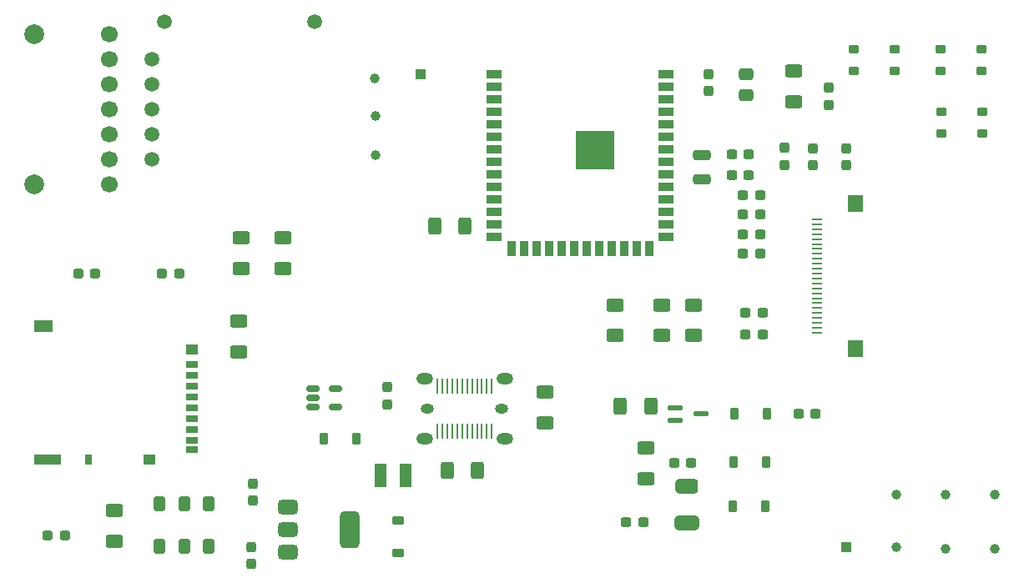
<source format=gbs>
%TF.GenerationSoftware,KiCad,Pcbnew,8.0.8*%
%TF.CreationDate,2025-02-16T18:41:10+09:00*%
%TF.ProjectId,PCB,5043422e-6b69-4636-9164-5f7063625858,rev?*%
%TF.SameCoordinates,Original*%
%TF.FileFunction,Soldermask,Bot*%
%TF.FilePolarity,Negative*%
%FSLAX46Y46*%
G04 Gerber Fmt 4.6, Leading zero omitted, Abs format (unit mm)*
G04 Created by KiCad (PCBNEW 8.0.8) date 2025-02-16 18:41:10*
%MOMM*%
%LPD*%
G01*
G04 APERTURE LIST*
G04 Aperture macros list*
%AMRoundRect*
0 Rectangle with rounded corners*
0 $1 Rounding radius*
0 $2 $3 $4 $5 $6 $7 $8 $9 X,Y pos of 4 corners*
0 Add a 4 corners polygon primitive as box body*
4,1,4,$2,$3,$4,$5,$6,$7,$8,$9,$2,$3,0*
0 Add four circle primitives for the rounded corners*
1,1,$1+$1,$2,$3*
1,1,$1+$1,$4,$5*
1,1,$1+$1,$6,$7*
1,1,$1+$1,$8,$9*
0 Add four rect primitives between the rounded corners*
20,1,$1+$1,$2,$3,$4,$5,0*
20,1,$1+$1,$4,$5,$6,$7,0*
20,1,$1+$1,$6,$7,$8,$9,0*
20,1,$1+$1,$8,$9,$2,$3,0*%
G04 Aperture macros list end*
%ADD10C,1.000000*%
%ADD11R,1.000000X1.000000*%
%ADD12RoundRect,0.237500X0.300000X0.237500X-0.300000X0.237500X-0.300000X-0.237500X0.300000X-0.237500X0*%
%ADD13R,1.200000X0.700000*%
%ADD14R,0.800000X1.000000*%
%ADD15R,2.800000X1.000000*%
%ADD16R,1.200000X1.000000*%
%ADD17R,1.900000X1.300000*%
%ADD18RoundRect,0.300000X0.300000X0.450000X-0.300000X0.450000X-0.300000X-0.450000X0.300000X-0.450000X0*%
%ADD19RoundRect,0.237500X-0.237500X0.300000X-0.237500X-0.300000X0.237500X-0.300000X0.237500X0.300000X0*%
%ADD20RoundRect,0.237500X0.237500X-0.300000X0.237500X0.300000X-0.237500X0.300000X-0.237500X-0.300000X0*%
%ADD21RoundRect,0.250000X0.625000X-0.400000X0.625000X0.400000X-0.625000X0.400000X-0.625000X-0.400000X0*%
%ADD22RoundRect,0.237500X-0.300000X-0.237500X0.300000X-0.237500X0.300000X0.237500X-0.300000X0.237500X0*%
%ADD23RoundRect,0.225000X0.225000X0.375000X-0.225000X0.375000X-0.225000X-0.375000X0.225000X-0.375000X0*%
%ADD24RoundRect,0.250000X-0.475000X0.337500X-0.475000X-0.337500X0.475000X-0.337500X0.475000X0.337500X0*%
%ADD25RoundRect,0.200000X-0.350000X-0.200000X0.350000X-0.200000X0.350000X0.200000X-0.350000X0.200000X0*%
%ADD26RoundRect,0.250000X0.400000X0.625000X-0.400000X0.625000X-0.400000X-0.625000X0.400000X-0.625000X0*%
%ADD27RoundRect,0.375000X-0.625000X-0.375000X0.625000X-0.375000X0.625000X0.375000X-0.625000X0.375000X0*%
%ADD28RoundRect,0.500000X-0.500000X-1.400000X0.500000X-1.400000X0.500000X1.400000X-0.500000X1.400000X0*%
%ADD29RoundRect,0.225000X-0.225000X-0.375000X0.225000X-0.375000X0.225000X0.375000X-0.225000X0.375000X0*%
%ADD30R,1.500000X0.900000*%
%ADD31R,0.900000X1.500000*%
%ADD32C,1.400000*%
%ADD33C,1.300000*%
%ADD34R,3.900000X3.900000*%
%ADD35RoundRect,0.250000X-0.625000X0.400000X-0.625000X-0.400000X0.625000X-0.400000X0.625000X0.400000X0*%
%ADD36RoundRect,0.237500X-0.287500X-0.237500X0.287500X-0.237500X0.287500X0.237500X-0.287500X0.237500X0*%
%ADD37C,2.000000*%
%ADD38C,1.700000*%
%ADD39RoundRect,0.375000X0.875000X0.375000X-0.875000X0.375000X-0.875000X-0.375000X0.875000X-0.375000X0*%
%ADD40RoundRect,0.381000X0.762000X0.381000X-0.762000X0.381000X-0.762000X-0.381000X0.762000X-0.381000X0*%
%ADD41RoundRect,0.112500X0.637500X-0.112500X0.637500X0.112500X-0.637500X0.112500X-0.637500X-0.112500X0*%
%ADD42R,1.100000X0.250000*%
%ADD43R,1.500000X1.700000*%
%ADD44RoundRect,0.150000X-0.512500X-0.150000X0.512500X-0.150000X0.512500X0.150000X-0.512500X0.150000X0*%
%ADD45R,1.269581X2.362200*%
%ADD46C,1.500000*%
%ADD47RoundRect,0.250000X0.650000X-0.250000X0.650000X0.250000X-0.650000X0.250000X-0.650000X-0.250000X0*%
%ADD48O,1.700000X1.200000*%
%ADD49O,1.350000X0.950000*%
%ADD50RoundRect,0.062500X0.062500X0.737500X-0.062500X0.737500X-0.062500X-0.737500X0.062500X-0.737500X0*%
%ADD51RoundRect,0.225000X-0.375000X0.225000X-0.375000X-0.225000X0.375000X-0.225000X0.375000X0.225000X0*%
G04 APERTURE END LIST*
D10*
%TO.C,TP2*%
X179000000Y-102400000D03*
%TD*%
%TO.C,TP10*%
X126200000Y-62600000D03*
%TD*%
%TO.C,TP3*%
X184000000Y-102500000D03*
%TD*%
D11*
%TO.C,TP11*%
X130800000Y-54400000D03*
%TD*%
D12*
%TO.C,C19*%
X158250000Y-93850000D03*
X156525000Y-93850000D03*
%TD*%
D13*
%TO.C,J4*%
X107590000Y-83855000D03*
X107590000Y-84955000D03*
X107590000Y-86055000D03*
X107590000Y-87155000D03*
X107590000Y-88255000D03*
X107590000Y-89355000D03*
X107590000Y-90455000D03*
X107590000Y-91555000D03*
X107590000Y-92505000D03*
D14*
X97090000Y-93455000D03*
D15*
X92940000Y-93455000D03*
D16*
X103290000Y-93455000D03*
X107590000Y-82305000D03*
D17*
X92490000Y-79955000D03*
%TD*%
D18*
%TO.C,SW1*%
X109300000Y-97950000D03*
X106800000Y-97950000D03*
X104300000Y-97950000D03*
X104300000Y-102250000D03*
X106800000Y-102250000D03*
X109300000Y-102250000D03*
%TD*%
D19*
%TO.C,C2*%
X113600000Y-102337500D03*
X113600000Y-104062500D03*
%TD*%
D20*
%TO.C,C1*%
X113800000Y-97662500D03*
X113800000Y-95937500D03*
%TD*%
D21*
%TO.C,R4*%
X99700000Y-98650000D03*
X99700000Y-101750000D03*
%TD*%
D22*
%TO.C,C8*%
X162337500Y-64600000D03*
X164062500Y-64600000D03*
%TD*%
D19*
%TO.C,C11*%
X127400000Y-86137500D03*
X127400000Y-87862500D03*
%TD*%
D23*
%TO.C,D8*%
X124250000Y-91400000D03*
X120950000Y-91400000D03*
%TD*%
%TO.C,D9*%
X165750000Y-98250000D03*
X162450000Y-98250000D03*
%TD*%
D21*
%TO.C,R14*%
X112600000Y-74050000D03*
X112600000Y-70950000D03*
%TD*%
D24*
%TO.C,C4*%
X163800000Y-54362500D03*
X163800000Y-56437500D03*
%TD*%
D22*
%TO.C,C21*%
X163737500Y-80800000D03*
X165462500Y-80800000D03*
%TD*%
D10*
%TO.C,TP8*%
X126100000Y-54800000D03*
%TD*%
D25*
%TO.C,SW4*%
X183600000Y-60400000D03*
X187800000Y-60400000D03*
X183600000Y-58200000D03*
X187800000Y-58200000D03*
%TD*%
D26*
%TO.C,R10*%
X135300000Y-69800000D03*
X132200000Y-69800000D03*
%TD*%
D27*
%TO.C,U6*%
X117300000Y-102900000D03*
X117300000Y-100600000D03*
X117300000Y-98300000D03*
D28*
X123600000Y-100600000D03*
%TD*%
D29*
%TO.C,D3*%
X162550000Y-93750000D03*
X165850000Y-93750000D03*
%TD*%
D21*
%TO.C,R7*%
X155250000Y-80900000D03*
X155250000Y-77800000D03*
%TD*%
D22*
%TO.C,C9*%
X163475000Y-72600000D03*
X165200000Y-72600000D03*
%TD*%
D10*
%TO.C,TP4*%
X189000000Y-102500000D03*
%TD*%
%TO.C,TP5*%
X179000000Y-97000000D03*
%TD*%
D19*
%TO.C,C17*%
X174000000Y-61887500D03*
X174000000Y-63612500D03*
%TD*%
D30*
%TO.C,U4*%
X155700000Y-54340000D03*
X155700000Y-55610000D03*
X155700000Y-56880000D03*
X155700000Y-58150000D03*
X155700000Y-59420000D03*
X155700000Y-60690000D03*
X155700000Y-61960000D03*
X155700000Y-63230000D03*
X155700000Y-64500000D03*
X155700000Y-65770000D03*
X155700000Y-67040000D03*
X155700000Y-68310000D03*
X155700000Y-69580000D03*
X155700000Y-70850000D03*
D31*
X153935000Y-72100000D03*
X152665000Y-72100000D03*
X151395000Y-72100000D03*
X150125000Y-72100000D03*
X148855000Y-72100000D03*
X147585000Y-72100000D03*
X146315000Y-72100000D03*
X145045000Y-72100000D03*
X143775000Y-72100000D03*
X142505000Y-72100000D03*
X141235000Y-72100000D03*
X139965000Y-72100000D03*
D30*
X138200000Y-70850000D03*
X138200000Y-69580000D03*
X138200000Y-68310000D03*
X138200000Y-67040000D03*
X138200000Y-65770000D03*
X138200000Y-64500000D03*
X138200000Y-63230000D03*
X138200000Y-61960000D03*
X138200000Y-60690000D03*
X138200000Y-59420000D03*
X138200000Y-58150000D03*
X138200000Y-56880000D03*
X138200000Y-55610000D03*
X138200000Y-54340000D03*
D32*
X149650000Y-63300000D03*
X149650000Y-60800000D03*
D33*
X148450000Y-62100000D03*
D34*
X148450000Y-62060000D03*
D32*
X147250000Y-60800000D03*
X147200000Y-63300000D03*
%TD*%
D19*
%TO.C,C15*%
X167700000Y-61837500D03*
X167700000Y-63562500D03*
%TD*%
D35*
%TO.C,R2*%
X143400000Y-86650000D03*
X143400000Y-89750000D03*
%TD*%
D21*
%TO.C,R11*%
X150500000Y-80900000D03*
X150500000Y-77800000D03*
%TD*%
D36*
%TO.C,D6*%
X104525000Y-74600000D03*
X106275000Y-74600000D03*
%TD*%
D37*
%TO.C,U1*%
X91580000Y-50260000D03*
X91580000Y-65500000D03*
D38*
X99200000Y-50260000D03*
X99200000Y-52800000D03*
X99200000Y-55340000D03*
X99200000Y-57880000D03*
X99200000Y-60420000D03*
X99200000Y-62960000D03*
X99200000Y-65500000D03*
%TD*%
D21*
%TO.C,R6*%
X158500000Y-80900000D03*
X158500000Y-77800000D03*
%TD*%
D35*
%TO.C,R8*%
X112300000Y-79450000D03*
X112300000Y-82550000D03*
%TD*%
D22*
%TO.C,C10*%
X163475000Y-70600000D03*
X165200000Y-70600000D03*
%TD*%
D36*
%TO.C,D1*%
X92950000Y-101200000D03*
X94700000Y-101200000D03*
%TD*%
D12*
%TO.C,C20*%
X170862500Y-88800000D03*
X169137500Y-88800000D03*
%TD*%
D10*
%TO.C,TP7*%
X189000000Y-97000000D03*
%TD*%
D22*
%TO.C,C3*%
X163737500Y-78550000D03*
X165462500Y-78550000D03*
%TD*%
D19*
%TO.C,C16*%
X170600000Y-61887500D03*
X170600000Y-63612500D03*
%TD*%
D36*
%TO.C,D5*%
X96025000Y-74600000D03*
X97775000Y-74600000D03*
%TD*%
D39*
%TO.C,L1*%
X157750000Y-99900000D03*
D40*
X157750000Y-96200000D03*
%TD*%
D41*
%TO.C,Q2*%
X156582500Y-89500000D03*
X156582500Y-88200000D03*
X159242500Y-88850000D03*
%TD*%
D42*
%TO.C,U2*%
X171000000Y-80600000D03*
X171000000Y-80099998D03*
X171000000Y-79599999D03*
X171000000Y-79099998D03*
X171000000Y-78599999D03*
X171000000Y-78100000D03*
X171000000Y-77599998D03*
X171000000Y-77099999D03*
X171000000Y-76599998D03*
X171000000Y-76099999D03*
X171000000Y-75600000D03*
X171000000Y-75099998D03*
X171000000Y-74599999D03*
X171000000Y-74099998D03*
X171000000Y-73599999D03*
X171000000Y-73100000D03*
X171000000Y-72599998D03*
X171000000Y-72099999D03*
X171000000Y-71599998D03*
X171000000Y-71099999D03*
X171000000Y-70600000D03*
X171000000Y-70099998D03*
X171000000Y-69599999D03*
X171000000Y-69099997D03*
D43*
X174900000Y-67449998D03*
X174900000Y-82249999D03*
%TD*%
D35*
%TO.C,R5*%
X153650000Y-92300000D03*
X153650000Y-95400000D03*
%TD*%
D26*
%TO.C,R1*%
X136550000Y-94600000D03*
X133450000Y-94600000D03*
%TD*%
D23*
%TO.C,D2*%
X165900000Y-88850000D03*
X162600000Y-88850000D03*
%TD*%
D44*
%TO.C,U7*%
X119862500Y-88150000D03*
X119862500Y-87200000D03*
X119862500Y-86250000D03*
X122137500Y-86250000D03*
X122137500Y-88150000D03*
%TD*%
D22*
%TO.C,C22*%
X163475000Y-68600000D03*
X165200000Y-68600000D03*
%TD*%
D25*
%TO.C,SW3*%
X183500000Y-54000000D03*
X187700000Y-54000000D03*
X183500000Y-51800000D03*
X187700000Y-51800000D03*
%TD*%
D26*
%TO.C,R3*%
X154150000Y-88050000D03*
X151050000Y-88050000D03*
%TD*%
D22*
%TO.C,C13*%
X163475000Y-66600000D03*
X165200000Y-66600000D03*
%TD*%
D19*
%TO.C,C5*%
X160000000Y-54337500D03*
X160000000Y-56062500D03*
%TD*%
D21*
%TO.C,R9*%
X168600000Y-57150000D03*
X168600000Y-54050000D03*
%TD*%
D10*
%TO.C,TP6*%
X184000000Y-97000000D03*
%TD*%
D19*
%TO.C,C6*%
X172200000Y-55737500D03*
X172200000Y-57462500D03*
%TD*%
D45*
%TO.C,C12*%
X126700000Y-95100000D03*
X129291220Y-95100000D03*
%TD*%
D22*
%TO.C,C7*%
X162337500Y-62500000D03*
X164062500Y-62500000D03*
%TD*%
D11*
%TO.C,TP1*%
X174000000Y-102400000D03*
%TD*%
D21*
%TO.C,R15*%
X116800000Y-74050000D03*
X116800000Y-70950000D03*
%TD*%
D46*
%TO.C,U5*%
X120000000Y-49000000D03*
X104760000Y-49000000D03*
X103490000Y-52810000D03*
X103490000Y-55350000D03*
X103490000Y-57890000D03*
X103490000Y-60430000D03*
X103490000Y-62970000D03*
%TD*%
D10*
%TO.C,TP9*%
X126200000Y-58600000D03*
%TD*%
D47*
%TO.C,Y1*%
X159300000Y-65050000D03*
X159300000Y-62550000D03*
%TD*%
D22*
%TO.C,C18*%
X151625000Y-99850000D03*
X153350000Y-99850000D03*
%TD*%
D25*
%TO.C,SW2*%
X174700000Y-54000000D03*
X178900000Y-54000000D03*
X174700000Y-51800000D03*
X178900000Y-51800000D03*
%TD*%
D48*
%TO.C,J1*%
X139350000Y-91370000D03*
X139350000Y-85230000D03*
D49*
X139025000Y-88300000D03*
X131475000Y-88300000D03*
D48*
X131240000Y-91370000D03*
X131240000Y-85230000D03*
D50*
X138000000Y-86000000D03*
X137500000Y-86000000D03*
X137000000Y-86000000D03*
X136500000Y-86000000D03*
X136000000Y-86000000D03*
X135500000Y-86000000D03*
X135000000Y-86000000D03*
X134500000Y-86000000D03*
X134000000Y-86000000D03*
X133500000Y-86000000D03*
X133000000Y-86000000D03*
X132500000Y-86000000D03*
X132500000Y-90600000D03*
X133000000Y-90600000D03*
X133500000Y-90600000D03*
X134000000Y-90600000D03*
X134500000Y-90600000D03*
X135000000Y-90600000D03*
X135500000Y-90600000D03*
X136000000Y-90600000D03*
X136500000Y-90600000D03*
X137000000Y-90600000D03*
X137500000Y-90600000D03*
X138000000Y-90600000D03*
%TD*%
D51*
%TO.C,D7*%
X128500000Y-99650000D03*
X128500000Y-102950000D03*
%TD*%
M02*

</source>
